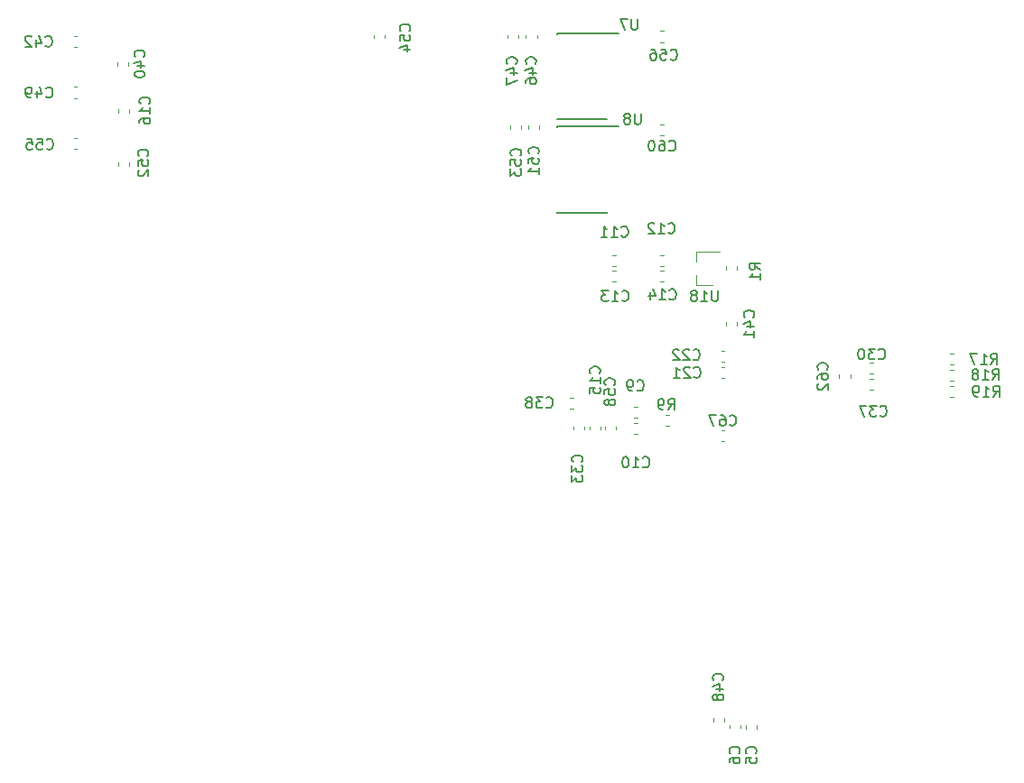
<source format=gbr>
G04 #@! TF.GenerationSoftware,KiCad,Pcbnew,(5.1.2)-1*
G04 #@! TF.CreationDate,2019-05-23T20:14:08-05:00*
G04 #@! TF.ProjectId,m68k,6d36386b-2e6b-4696-9361-645f70636258,rev?*
G04 #@! TF.SameCoordinates,Original*
G04 #@! TF.FileFunction,Legend,Bot*
G04 #@! TF.FilePolarity,Positive*
%FSLAX46Y46*%
G04 Gerber Fmt 4.6, Leading zero omitted, Abs format (unit mm)*
G04 Created by KiCad (PCBNEW (5.1.2)-1) date 2019-05-23 20:14:08*
%MOMM*%
%LPD*%
G04 APERTURE LIST*
%ADD10C,0.120000*%
%ADD11C,0.150000*%
G04 APERTURE END LIST*
D10*
X94010000Y-49112779D02*
X94010000Y-48787221D01*
X92990000Y-49112779D02*
X92990000Y-48787221D01*
X92862779Y-58990000D02*
X92537221Y-58990000D01*
X92862779Y-60010000D02*
X92537221Y-60010000D01*
X82662779Y-45010000D02*
X82337221Y-45010000D01*
X82662779Y-43990000D02*
X82337221Y-43990000D01*
X114010221Y-55856600D02*
X114335779Y-55856600D01*
X114010221Y-54836600D02*
X114335779Y-54836600D01*
D11*
X81825000Y-38525000D02*
X77175000Y-38525000D01*
X82900000Y-30425000D02*
X77175000Y-30425000D01*
X81825000Y-38525000D02*
X81825000Y-38500000D01*
X77175000Y-38525000D02*
X77175000Y-38500000D01*
X77175000Y-30475000D02*
X77175000Y-30500000D01*
X77175000Y-21725000D02*
X77175000Y-21750000D01*
X77175000Y-29775000D02*
X77175000Y-29750000D01*
X81825000Y-29775000D02*
X81825000Y-29750000D01*
X82900000Y-21675000D02*
X77175000Y-21675000D01*
X81825000Y-29775000D02*
X77175000Y-29775000D01*
D10*
X82710000Y-58912779D02*
X82710000Y-58587221D01*
X81690000Y-58912779D02*
X81690000Y-58587221D01*
X94830960Y-86615301D02*
X94830960Y-86940859D01*
X95850960Y-86615301D02*
X95850960Y-86940859D01*
X93302360Y-86613781D02*
X93302360Y-86939339D01*
X94322360Y-86613781D02*
X94322360Y-86939339D01*
X84662779Y-57760000D02*
X84337221Y-57760000D01*
X84662779Y-56740000D02*
X84337221Y-56740000D01*
X84662779Y-58240000D02*
X84337221Y-58240000D01*
X84662779Y-59260000D02*
X84337221Y-59260000D01*
X82662779Y-43510000D02*
X82337221Y-43510000D01*
X82662779Y-42490000D02*
X82337221Y-42490000D01*
X86837221Y-42490000D02*
X87162779Y-42490000D01*
X86837221Y-43510000D02*
X87162779Y-43510000D01*
X86837221Y-45010000D02*
X87162779Y-45010000D01*
X86837221Y-43990000D02*
X87162779Y-43990000D01*
X81210000Y-58912779D02*
X81210000Y-58587221D01*
X80190000Y-58912779D02*
X80190000Y-58587221D01*
X37010000Y-28837221D02*
X37010000Y-29162779D01*
X35990000Y-28837221D02*
X35990000Y-29162779D01*
X92862779Y-54010000D02*
X92537221Y-54010000D01*
X92862779Y-52990000D02*
X92537221Y-52990000D01*
X92862779Y-51490000D02*
X92537221Y-51490000D01*
X92862779Y-52510000D02*
X92537221Y-52510000D01*
X106766579Y-52576000D02*
X106441021Y-52576000D01*
X106766579Y-53596000D02*
X106441021Y-53596000D01*
X78690000Y-58912779D02*
X78690000Y-58587221D01*
X79710000Y-58912779D02*
X79710000Y-58587221D01*
X106767579Y-54117300D02*
X106442021Y-54117300D01*
X106767579Y-55137300D02*
X106442021Y-55137300D01*
X78387221Y-55940000D02*
X78712779Y-55940000D01*
X78387221Y-56960000D02*
X78712779Y-56960000D01*
X36948840Y-24393941D02*
X36948840Y-24719499D01*
X35928840Y-24393941D02*
X35928840Y-24719499D01*
X32162779Y-21990000D02*
X31837221Y-21990000D01*
X32162779Y-23010000D02*
X31837221Y-23010000D01*
X75260000Y-21837221D02*
X75260000Y-22162779D01*
X74240000Y-21837221D02*
X74240000Y-22162779D01*
X72490000Y-21837221D02*
X72490000Y-22162779D01*
X73510000Y-21837221D02*
X73510000Y-22162779D01*
X91783440Y-86273859D02*
X91783440Y-85948301D01*
X92803440Y-86273859D02*
X92803440Y-85948301D01*
X32162779Y-27760000D02*
X31837221Y-27760000D01*
X32162779Y-26740000D02*
X31837221Y-26740000D01*
X75510000Y-30662779D02*
X75510000Y-30337221D01*
X74490000Y-30662779D02*
X74490000Y-30337221D01*
X37010000Y-33837221D02*
X37010000Y-34162779D01*
X35990000Y-33837221D02*
X35990000Y-34162779D01*
X72740000Y-30662779D02*
X72740000Y-30337221D01*
X73760000Y-30662779D02*
X73760000Y-30337221D01*
X59990000Y-21837221D02*
X59990000Y-22162779D01*
X61010000Y-21837221D02*
X61010000Y-22162779D01*
X32162779Y-31490000D02*
X31837221Y-31490000D01*
X32162779Y-32510000D02*
X31837221Y-32510000D01*
X86837221Y-21490000D02*
X87162779Y-21490000D01*
X86837221Y-22510000D02*
X87162779Y-22510000D01*
X86837221Y-30240000D02*
X87162779Y-30240000D01*
X86837221Y-31260000D02*
X87162779Y-31260000D01*
X103619840Y-54041259D02*
X103619840Y-53715701D01*
X104639840Y-54041259D02*
X104639840Y-53715701D01*
X94010000Y-43587221D02*
X94010000Y-43912779D01*
X92990000Y-43587221D02*
X92990000Y-43912779D01*
X87337221Y-57490000D02*
X87662779Y-57490000D01*
X87337221Y-58510000D02*
X87662779Y-58510000D01*
X114010221Y-52757800D02*
X114335779Y-52757800D01*
X114010221Y-51737800D02*
X114335779Y-51737800D01*
X114010221Y-53287200D02*
X114335779Y-53287200D01*
X114010221Y-54307200D02*
X114335779Y-54307200D01*
X90240000Y-45330000D02*
X90240000Y-44400000D01*
X90240000Y-42170000D02*
X90240000Y-43100000D01*
X90240000Y-42170000D02*
X92400000Y-42170000D01*
X90240000Y-45330000D02*
X91700000Y-45330000D01*
D11*
X95556542Y-48335842D02*
X95604161Y-48288223D01*
X95651780Y-48145366D01*
X95651780Y-48050128D01*
X95604161Y-47907271D01*
X95508923Y-47812033D01*
X95413685Y-47764414D01*
X95223209Y-47716795D01*
X95080352Y-47716795D01*
X94889876Y-47764414D01*
X94794638Y-47812033D01*
X94699400Y-47907271D01*
X94651780Y-48050128D01*
X94651780Y-48145366D01*
X94699400Y-48288223D01*
X94747019Y-48335842D01*
X94985114Y-49192985D02*
X95651780Y-49192985D01*
X94604161Y-48954890D02*
X95318447Y-48716795D01*
X95318447Y-49335842D01*
X95651780Y-50240604D02*
X95651780Y-49669176D01*
X95651780Y-49954890D02*
X94651780Y-49954890D01*
X94794638Y-49859652D01*
X94889876Y-49764414D01*
X94937495Y-49669176D01*
X93342857Y-58427142D02*
X93390476Y-58474761D01*
X93533333Y-58522380D01*
X93628571Y-58522380D01*
X93771428Y-58474761D01*
X93866666Y-58379523D01*
X93914285Y-58284285D01*
X93961904Y-58093809D01*
X93961904Y-57950952D01*
X93914285Y-57760476D01*
X93866666Y-57665238D01*
X93771428Y-57570000D01*
X93628571Y-57522380D01*
X93533333Y-57522380D01*
X93390476Y-57570000D01*
X93342857Y-57617619D01*
X92485714Y-57522380D02*
X92676190Y-57522380D01*
X92771428Y-57570000D01*
X92819047Y-57617619D01*
X92914285Y-57760476D01*
X92961904Y-57950952D01*
X92961904Y-58331904D01*
X92914285Y-58427142D01*
X92866666Y-58474761D01*
X92771428Y-58522380D01*
X92580952Y-58522380D01*
X92485714Y-58474761D01*
X92438095Y-58427142D01*
X92390476Y-58331904D01*
X92390476Y-58093809D01*
X92438095Y-57998571D01*
X92485714Y-57950952D01*
X92580952Y-57903333D01*
X92771428Y-57903333D01*
X92866666Y-57950952D01*
X92914285Y-57998571D01*
X92961904Y-58093809D01*
X92057142Y-57522380D02*
X91390476Y-57522380D01*
X91819047Y-58522380D01*
X83242857Y-46757142D02*
X83290476Y-46804761D01*
X83433333Y-46852380D01*
X83528571Y-46852380D01*
X83671428Y-46804761D01*
X83766666Y-46709523D01*
X83814285Y-46614285D01*
X83861904Y-46423809D01*
X83861904Y-46280952D01*
X83814285Y-46090476D01*
X83766666Y-45995238D01*
X83671428Y-45900000D01*
X83528571Y-45852380D01*
X83433333Y-45852380D01*
X83290476Y-45900000D01*
X83242857Y-45947619D01*
X82290476Y-46852380D02*
X82861904Y-46852380D01*
X82576190Y-46852380D02*
X82576190Y-45852380D01*
X82671428Y-45995238D01*
X82766666Y-46090476D01*
X82861904Y-46138095D01*
X81957142Y-45852380D02*
X81338095Y-45852380D01*
X81671428Y-46233333D01*
X81528571Y-46233333D01*
X81433333Y-46280952D01*
X81385714Y-46328571D01*
X81338095Y-46423809D01*
X81338095Y-46661904D01*
X81385714Y-46757142D01*
X81433333Y-46804761D01*
X81528571Y-46852380D01*
X81814285Y-46852380D01*
X81909523Y-46804761D01*
X81957142Y-46757142D01*
X118042857Y-55802380D02*
X118376190Y-55326190D01*
X118614285Y-55802380D02*
X118614285Y-54802380D01*
X118233333Y-54802380D01*
X118138095Y-54850000D01*
X118090476Y-54897619D01*
X118042857Y-54992857D01*
X118042857Y-55135714D01*
X118090476Y-55230952D01*
X118138095Y-55278571D01*
X118233333Y-55326190D01*
X118614285Y-55326190D01*
X117090476Y-55802380D02*
X117661904Y-55802380D01*
X117376190Y-55802380D02*
X117376190Y-54802380D01*
X117471428Y-54945238D01*
X117566666Y-55040476D01*
X117661904Y-55088095D01*
X116614285Y-55802380D02*
X116423809Y-55802380D01*
X116328571Y-55754761D01*
X116280952Y-55707142D01*
X116185714Y-55564285D01*
X116138095Y-55373809D01*
X116138095Y-54992857D01*
X116185714Y-54897619D01*
X116233333Y-54850000D01*
X116328571Y-54802380D01*
X116519047Y-54802380D01*
X116614285Y-54850000D01*
X116661904Y-54897619D01*
X116709523Y-54992857D01*
X116709523Y-55230952D01*
X116661904Y-55326190D01*
X116614285Y-55373809D01*
X116519047Y-55421428D01*
X116328571Y-55421428D01*
X116233333Y-55373809D01*
X116185714Y-55326190D01*
X116138095Y-55230952D01*
X85011904Y-29227380D02*
X85011904Y-30036904D01*
X84964285Y-30132142D01*
X84916666Y-30179761D01*
X84821428Y-30227380D01*
X84630952Y-30227380D01*
X84535714Y-30179761D01*
X84488095Y-30132142D01*
X84440476Y-30036904D01*
X84440476Y-29227380D01*
X83821428Y-29655952D02*
X83916666Y-29608333D01*
X83964285Y-29560714D01*
X84011904Y-29465476D01*
X84011904Y-29417857D01*
X83964285Y-29322619D01*
X83916666Y-29275000D01*
X83821428Y-29227380D01*
X83630952Y-29227380D01*
X83535714Y-29275000D01*
X83488095Y-29322619D01*
X83440476Y-29417857D01*
X83440476Y-29465476D01*
X83488095Y-29560714D01*
X83535714Y-29608333D01*
X83630952Y-29655952D01*
X83821428Y-29655952D01*
X83916666Y-29703571D01*
X83964285Y-29751190D01*
X84011904Y-29846428D01*
X84011904Y-30036904D01*
X83964285Y-30132142D01*
X83916666Y-30179761D01*
X83821428Y-30227380D01*
X83630952Y-30227380D01*
X83535714Y-30179761D01*
X83488095Y-30132142D01*
X83440476Y-30036904D01*
X83440476Y-29846428D01*
X83488095Y-29751190D01*
X83535714Y-29703571D01*
X83630952Y-29655952D01*
X84686904Y-20352380D02*
X84686904Y-21161904D01*
X84639285Y-21257142D01*
X84591666Y-21304761D01*
X84496428Y-21352380D01*
X84305952Y-21352380D01*
X84210714Y-21304761D01*
X84163095Y-21257142D01*
X84115476Y-21161904D01*
X84115476Y-20352380D01*
X83734523Y-20352380D02*
X83067857Y-20352380D01*
X83496428Y-21352380D01*
X82507142Y-54707142D02*
X82554761Y-54659523D01*
X82602380Y-54516666D01*
X82602380Y-54421428D01*
X82554761Y-54278571D01*
X82459523Y-54183333D01*
X82364285Y-54135714D01*
X82173809Y-54088095D01*
X82030952Y-54088095D01*
X81840476Y-54135714D01*
X81745238Y-54183333D01*
X81650000Y-54278571D01*
X81602380Y-54421428D01*
X81602380Y-54516666D01*
X81650000Y-54659523D01*
X81697619Y-54707142D01*
X81602380Y-55611904D02*
X81602380Y-55135714D01*
X82078571Y-55088095D01*
X82030952Y-55135714D01*
X81983333Y-55230952D01*
X81983333Y-55469047D01*
X82030952Y-55564285D01*
X82078571Y-55611904D01*
X82173809Y-55659523D01*
X82411904Y-55659523D01*
X82507142Y-55611904D01*
X82554761Y-55564285D01*
X82602380Y-55469047D01*
X82602380Y-55230952D01*
X82554761Y-55135714D01*
X82507142Y-55088095D01*
X82030952Y-56230952D02*
X81983333Y-56135714D01*
X81935714Y-56088095D01*
X81840476Y-56040476D01*
X81792857Y-56040476D01*
X81697619Y-56088095D01*
X81650000Y-56135714D01*
X81602380Y-56230952D01*
X81602380Y-56421428D01*
X81650000Y-56516666D01*
X81697619Y-56564285D01*
X81792857Y-56611904D01*
X81840476Y-56611904D01*
X81935714Y-56564285D01*
X81983333Y-56516666D01*
X82030952Y-56421428D01*
X82030952Y-56230952D01*
X82078571Y-56135714D01*
X82126190Y-56088095D01*
X82221428Y-56040476D01*
X82411904Y-56040476D01*
X82507142Y-56088095D01*
X82554761Y-56135714D01*
X82602380Y-56230952D01*
X82602380Y-56421428D01*
X82554761Y-56516666D01*
X82507142Y-56564285D01*
X82411904Y-56611904D01*
X82221428Y-56611904D01*
X82126190Y-56564285D01*
X82078571Y-56516666D01*
X82030952Y-56421428D01*
X95757142Y-89283333D02*
X95804761Y-89235714D01*
X95852380Y-89092857D01*
X95852380Y-88997619D01*
X95804761Y-88854761D01*
X95709523Y-88759523D01*
X95614285Y-88711904D01*
X95423809Y-88664285D01*
X95280952Y-88664285D01*
X95090476Y-88711904D01*
X94995238Y-88759523D01*
X94900000Y-88854761D01*
X94852380Y-88997619D01*
X94852380Y-89092857D01*
X94900000Y-89235714D01*
X94947619Y-89283333D01*
X94852380Y-90188095D02*
X94852380Y-89711904D01*
X95328571Y-89664285D01*
X95280952Y-89711904D01*
X95233333Y-89807142D01*
X95233333Y-90045238D01*
X95280952Y-90140476D01*
X95328571Y-90188095D01*
X95423809Y-90235714D01*
X95661904Y-90235714D01*
X95757142Y-90188095D01*
X95804761Y-90140476D01*
X95852380Y-90045238D01*
X95852380Y-89807142D01*
X95804761Y-89711904D01*
X95757142Y-89664285D01*
X94207142Y-89283333D02*
X94254761Y-89235714D01*
X94302380Y-89092857D01*
X94302380Y-88997619D01*
X94254761Y-88854761D01*
X94159523Y-88759523D01*
X94064285Y-88711904D01*
X93873809Y-88664285D01*
X93730952Y-88664285D01*
X93540476Y-88711904D01*
X93445238Y-88759523D01*
X93350000Y-88854761D01*
X93302380Y-88997619D01*
X93302380Y-89092857D01*
X93350000Y-89235714D01*
X93397619Y-89283333D01*
X93302380Y-90140476D02*
X93302380Y-89950000D01*
X93350000Y-89854761D01*
X93397619Y-89807142D01*
X93540476Y-89711904D01*
X93730952Y-89664285D01*
X94111904Y-89664285D01*
X94207142Y-89711904D01*
X94254761Y-89759523D01*
X94302380Y-89854761D01*
X94302380Y-90045238D01*
X94254761Y-90140476D01*
X94207142Y-90188095D01*
X94111904Y-90235714D01*
X93873809Y-90235714D01*
X93778571Y-90188095D01*
X93730952Y-90140476D01*
X93683333Y-90045238D01*
X93683333Y-89854761D01*
X93730952Y-89759523D01*
X93778571Y-89711904D01*
X93873809Y-89664285D01*
X84666666Y-55157142D02*
X84714285Y-55204761D01*
X84857142Y-55252380D01*
X84952380Y-55252380D01*
X85095238Y-55204761D01*
X85190476Y-55109523D01*
X85238095Y-55014285D01*
X85285714Y-54823809D01*
X85285714Y-54680952D01*
X85238095Y-54490476D01*
X85190476Y-54395238D01*
X85095238Y-54300000D01*
X84952380Y-54252380D01*
X84857142Y-54252380D01*
X84714285Y-54300000D01*
X84666666Y-54347619D01*
X84190476Y-55252380D02*
X84000000Y-55252380D01*
X83904761Y-55204761D01*
X83857142Y-55157142D01*
X83761904Y-55014285D01*
X83714285Y-54823809D01*
X83714285Y-54442857D01*
X83761904Y-54347619D01*
X83809523Y-54300000D01*
X83904761Y-54252380D01*
X84095238Y-54252380D01*
X84190476Y-54300000D01*
X84238095Y-54347619D01*
X84285714Y-54442857D01*
X84285714Y-54680952D01*
X84238095Y-54776190D01*
X84190476Y-54823809D01*
X84095238Y-54871428D01*
X83904761Y-54871428D01*
X83809523Y-54823809D01*
X83761904Y-54776190D01*
X83714285Y-54680952D01*
X85192857Y-62357142D02*
X85240476Y-62404761D01*
X85383333Y-62452380D01*
X85478571Y-62452380D01*
X85621428Y-62404761D01*
X85716666Y-62309523D01*
X85764285Y-62214285D01*
X85811904Y-62023809D01*
X85811904Y-61880952D01*
X85764285Y-61690476D01*
X85716666Y-61595238D01*
X85621428Y-61500000D01*
X85478571Y-61452380D01*
X85383333Y-61452380D01*
X85240476Y-61500000D01*
X85192857Y-61547619D01*
X84240476Y-62452380D02*
X84811904Y-62452380D01*
X84526190Y-62452380D02*
X84526190Y-61452380D01*
X84621428Y-61595238D01*
X84716666Y-61690476D01*
X84811904Y-61738095D01*
X83621428Y-61452380D02*
X83526190Y-61452380D01*
X83430952Y-61500000D01*
X83383333Y-61547619D01*
X83335714Y-61642857D01*
X83288095Y-61833333D01*
X83288095Y-62071428D01*
X83335714Y-62261904D01*
X83383333Y-62357142D01*
X83430952Y-62404761D01*
X83526190Y-62452380D01*
X83621428Y-62452380D01*
X83716666Y-62404761D01*
X83764285Y-62357142D01*
X83811904Y-62261904D01*
X83859523Y-62071428D01*
X83859523Y-61833333D01*
X83811904Y-61642857D01*
X83764285Y-61547619D01*
X83716666Y-61500000D01*
X83621428Y-61452380D01*
X83192857Y-40707142D02*
X83240476Y-40754761D01*
X83383333Y-40802380D01*
X83478571Y-40802380D01*
X83621428Y-40754761D01*
X83716666Y-40659523D01*
X83764285Y-40564285D01*
X83811904Y-40373809D01*
X83811904Y-40230952D01*
X83764285Y-40040476D01*
X83716666Y-39945238D01*
X83621428Y-39850000D01*
X83478571Y-39802380D01*
X83383333Y-39802380D01*
X83240476Y-39850000D01*
X83192857Y-39897619D01*
X82240476Y-40802380D02*
X82811904Y-40802380D01*
X82526190Y-40802380D02*
X82526190Y-39802380D01*
X82621428Y-39945238D01*
X82716666Y-40040476D01*
X82811904Y-40088095D01*
X81288095Y-40802380D02*
X81859523Y-40802380D01*
X81573809Y-40802380D02*
X81573809Y-39802380D01*
X81669047Y-39945238D01*
X81764285Y-40040476D01*
X81859523Y-40088095D01*
X87592857Y-40407142D02*
X87640476Y-40454761D01*
X87783333Y-40502380D01*
X87878571Y-40502380D01*
X88021428Y-40454761D01*
X88116666Y-40359523D01*
X88164285Y-40264285D01*
X88211904Y-40073809D01*
X88211904Y-39930952D01*
X88164285Y-39740476D01*
X88116666Y-39645238D01*
X88021428Y-39550000D01*
X87878571Y-39502380D01*
X87783333Y-39502380D01*
X87640476Y-39550000D01*
X87592857Y-39597619D01*
X86640476Y-40502380D02*
X87211904Y-40502380D01*
X86926190Y-40502380D02*
X86926190Y-39502380D01*
X87021428Y-39645238D01*
X87116666Y-39740476D01*
X87211904Y-39788095D01*
X86259523Y-39597619D02*
X86211904Y-39550000D01*
X86116666Y-39502380D01*
X85878571Y-39502380D01*
X85783333Y-39550000D01*
X85735714Y-39597619D01*
X85688095Y-39692857D01*
X85688095Y-39788095D01*
X85735714Y-39930952D01*
X86307142Y-40502380D01*
X85688095Y-40502380D01*
X87692857Y-46607142D02*
X87740476Y-46654761D01*
X87883333Y-46702380D01*
X87978571Y-46702380D01*
X88121428Y-46654761D01*
X88216666Y-46559523D01*
X88264285Y-46464285D01*
X88311904Y-46273809D01*
X88311904Y-46130952D01*
X88264285Y-45940476D01*
X88216666Y-45845238D01*
X88121428Y-45750000D01*
X87978571Y-45702380D01*
X87883333Y-45702380D01*
X87740476Y-45750000D01*
X87692857Y-45797619D01*
X86740476Y-46702380D02*
X87311904Y-46702380D01*
X87026190Y-46702380D02*
X87026190Y-45702380D01*
X87121428Y-45845238D01*
X87216666Y-45940476D01*
X87311904Y-45988095D01*
X85883333Y-46035714D02*
X85883333Y-46702380D01*
X86121428Y-45654761D02*
X86359523Y-46369047D01*
X85740476Y-46369047D01*
X81107142Y-53607142D02*
X81154761Y-53559523D01*
X81202380Y-53416666D01*
X81202380Y-53321428D01*
X81154761Y-53178571D01*
X81059523Y-53083333D01*
X80964285Y-53035714D01*
X80773809Y-52988095D01*
X80630952Y-52988095D01*
X80440476Y-53035714D01*
X80345238Y-53083333D01*
X80250000Y-53178571D01*
X80202380Y-53321428D01*
X80202380Y-53416666D01*
X80250000Y-53559523D01*
X80297619Y-53607142D01*
X81202380Y-54559523D02*
X81202380Y-53988095D01*
X81202380Y-54273809D02*
X80202380Y-54273809D01*
X80345238Y-54178571D01*
X80440476Y-54083333D01*
X80488095Y-53988095D01*
X80202380Y-55464285D02*
X80202380Y-54988095D01*
X80678571Y-54940476D01*
X80630952Y-54988095D01*
X80583333Y-55083333D01*
X80583333Y-55321428D01*
X80630952Y-55416666D01*
X80678571Y-55464285D01*
X80773809Y-55511904D01*
X81011904Y-55511904D01*
X81107142Y-55464285D01*
X81154761Y-55416666D01*
X81202380Y-55321428D01*
X81202380Y-55083333D01*
X81154761Y-54988095D01*
X81107142Y-54940476D01*
X38907142Y-28307142D02*
X38954761Y-28259523D01*
X39002380Y-28116666D01*
X39002380Y-28021428D01*
X38954761Y-27878571D01*
X38859523Y-27783333D01*
X38764285Y-27735714D01*
X38573809Y-27688095D01*
X38430952Y-27688095D01*
X38240476Y-27735714D01*
X38145238Y-27783333D01*
X38050000Y-27878571D01*
X38002380Y-28021428D01*
X38002380Y-28116666D01*
X38050000Y-28259523D01*
X38097619Y-28307142D01*
X39002380Y-29259523D02*
X39002380Y-28688095D01*
X39002380Y-28973809D02*
X38002380Y-28973809D01*
X38145238Y-28878571D01*
X38240476Y-28783333D01*
X38288095Y-28688095D01*
X38002380Y-30116666D02*
X38002380Y-29926190D01*
X38050000Y-29830952D01*
X38097619Y-29783333D01*
X38240476Y-29688095D01*
X38430952Y-29640476D01*
X38811904Y-29640476D01*
X38907142Y-29688095D01*
X38954761Y-29735714D01*
X39002380Y-29830952D01*
X39002380Y-30021428D01*
X38954761Y-30116666D01*
X38907142Y-30164285D01*
X38811904Y-30211904D01*
X38573809Y-30211904D01*
X38478571Y-30164285D01*
X38430952Y-30116666D01*
X38383333Y-30021428D01*
X38383333Y-29830952D01*
X38430952Y-29735714D01*
X38478571Y-29688095D01*
X38573809Y-29640476D01*
X89991377Y-53924102D02*
X90038996Y-53971721D01*
X90181853Y-54019340D01*
X90277091Y-54019340D01*
X90419948Y-53971721D01*
X90515186Y-53876483D01*
X90562805Y-53781245D01*
X90610424Y-53590769D01*
X90610424Y-53447912D01*
X90562805Y-53257436D01*
X90515186Y-53162198D01*
X90419948Y-53066960D01*
X90277091Y-53019340D01*
X90181853Y-53019340D01*
X90038996Y-53066960D01*
X89991377Y-53114579D01*
X89610424Y-53114579D02*
X89562805Y-53066960D01*
X89467567Y-53019340D01*
X89229472Y-53019340D01*
X89134234Y-53066960D01*
X89086615Y-53114579D01*
X89038996Y-53209817D01*
X89038996Y-53305055D01*
X89086615Y-53447912D01*
X89658043Y-54019340D01*
X89038996Y-54019340D01*
X88086615Y-54019340D02*
X88658043Y-54019340D01*
X88372329Y-54019340D02*
X88372329Y-53019340D01*
X88467567Y-53162198D01*
X88562805Y-53257436D01*
X88658043Y-53305055D01*
X89926137Y-52264142D02*
X89973756Y-52311761D01*
X90116613Y-52359380D01*
X90211851Y-52359380D01*
X90354708Y-52311761D01*
X90449946Y-52216523D01*
X90497565Y-52121285D01*
X90545184Y-51930809D01*
X90545184Y-51787952D01*
X90497565Y-51597476D01*
X90449946Y-51502238D01*
X90354708Y-51407000D01*
X90211851Y-51359380D01*
X90116613Y-51359380D01*
X89973756Y-51407000D01*
X89926137Y-51454619D01*
X89545184Y-51454619D02*
X89497565Y-51407000D01*
X89402327Y-51359380D01*
X89164232Y-51359380D01*
X89068994Y-51407000D01*
X89021375Y-51454619D01*
X88973756Y-51549857D01*
X88973756Y-51645095D01*
X89021375Y-51787952D01*
X89592803Y-52359380D01*
X88973756Y-52359380D01*
X88592803Y-51454619D02*
X88545184Y-51407000D01*
X88449946Y-51359380D01*
X88211851Y-51359380D01*
X88116613Y-51407000D01*
X88068994Y-51454619D01*
X88021375Y-51549857D01*
X88021375Y-51645095D01*
X88068994Y-51787952D01*
X88640422Y-52359380D01*
X88021375Y-52359380D01*
X107292857Y-52207142D02*
X107340476Y-52254761D01*
X107483333Y-52302380D01*
X107578571Y-52302380D01*
X107721428Y-52254761D01*
X107816666Y-52159523D01*
X107864285Y-52064285D01*
X107911904Y-51873809D01*
X107911904Y-51730952D01*
X107864285Y-51540476D01*
X107816666Y-51445238D01*
X107721428Y-51350000D01*
X107578571Y-51302380D01*
X107483333Y-51302380D01*
X107340476Y-51350000D01*
X107292857Y-51397619D01*
X106959523Y-51302380D02*
X106340476Y-51302380D01*
X106673809Y-51683333D01*
X106530952Y-51683333D01*
X106435714Y-51730952D01*
X106388095Y-51778571D01*
X106340476Y-51873809D01*
X106340476Y-52111904D01*
X106388095Y-52207142D01*
X106435714Y-52254761D01*
X106530952Y-52302380D01*
X106816666Y-52302380D01*
X106911904Y-52254761D01*
X106959523Y-52207142D01*
X105721428Y-51302380D02*
X105626190Y-51302380D01*
X105530952Y-51350000D01*
X105483333Y-51397619D01*
X105435714Y-51492857D01*
X105388095Y-51683333D01*
X105388095Y-51921428D01*
X105435714Y-52111904D01*
X105483333Y-52207142D01*
X105530952Y-52254761D01*
X105626190Y-52302380D01*
X105721428Y-52302380D01*
X105816666Y-52254761D01*
X105864285Y-52207142D01*
X105911904Y-52111904D01*
X105959523Y-51921428D01*
X105959523Y-51683333D01*
X105911904Y-51492857D01*
X105864285Y-51397619D01*
X105816666Y-51350000D01*
X105721428Y-51302380D01*
X79457142Y-61907142D02*
X79504761Y-61859523D01*
X79552380Y-61716666D01*
X79552380Y-61621428D01*
X79504761Y-61478571D01*
X79409523Y-61383333D01*
X79314285Y-61335714D01*
X79123809Y-61288095D01*
X78980952Y-61288095D01*
X78790476Y-61335714D01*
X78695238Y-61383333D01*
X78600000Y-61478571D01*
X78552380Y-61621428D01*
X78552380Y-61716666D01*
X78600000Y-61859523D01*
X78647619Y-61907142D01*
X78552380Y-62240476D02*
X78552380Y-62859523D01*
X78933333Y-62526190D01*
X78933333Y-62669047D01*
X78980952Y-62764285D01*
X79028571Y-62811904D01*
X79123809Y-62859523D01*
X79361904Y-62859523D01*
X79457142Y-62811904D01*
X79504761Y-62764285D01*
X79552380Y-62669047D01*
X79552380Y-62383333D01*
X79504761Y-62288095D01*
X79457142Y-62240476D01*
X78552380Y-63192857D02*
X78552380Y-63811904D01*
X78933333Y-63478571D01*
X78933333Y-63621428D01*
X78980952Y-63716666D01*
X79028571Y-63764285D01*
X79123809Y-63811904D01*
X79361904Y-63811904D01*
X79457142Y-63764285D01*
X79504761Y-63716666D01*
X79552380Y-63621428D01*
X79552380Y-63335714D01*
X79504761Y-63240476D01*
X79457142Y-63192857D01*
X107442857Y-57557142D02*
X107490476Y-57604761D01*
X107633333Y-57652380D01*
X107728571Y-57652380D01*
X107871428Y-57604761D01*
X107966666Y-57509523D01*
X108014285Y-57414285D01*
X108061904Y-57223809D01*
X108061904Y-57080952D01*
X108014285Y-56890476D01*
X107966666Y-56795238D01*
X107871428Y-56700000D01*
X107728571Y-56652380D01*
X107633333Y-56652380D01*
X107490476Y-56700000D01*
X107442857Y-56747619D01*
X107109523Y-56652380D02*
X106490476Y-56652380D01*
X106823809Y-57033333D01*
X106680952Y-57033333D01*
X106585714Y-57080952D01*
X106538095Y-57128571D01*
X106490476Y-57223809D01*
X106490476Y-57461904D01*
X106538095Y-57557142D01*
X106585714Y-57604761D01*
X106680952Y-57652380D01*
X106966666Y-57652380D01*
X107061904Y-57604761D01*
X107109523Y-57557142D01*
X106157142Y-56652380D02*
X105490476Y-56652380D01*
X105919047Y-57652380D01*
X76142857Y-56757142D02*
X76190476Y-56804761D01*
X76333333Y-56852380D01*
X76428571Y-56852380D01*
X76571428Y-56804761D01*
X76666666Y-56709523D01*
X76714285Y-56614285D01*
X76761904Y-56423809D01*
X76761904Y-56280952D01*
X76714285Y-56090476D01*
X76666666Y-55995238D01*
X76571428Y-55900000D01*
X76428571Y-55852380D01*
X76333333Y-55852380D01*
X76190476Y-55900000D01*
X76142857Y-55947619D01*
X75809523Y-55852380D02*
X75190476Y-55852380D01*
X75523809Y-56233333D01*
X75380952Y-56233333D01*
X75285714Y-56280952D01*
X75238095Y-56328571D01*
X75190476Y-56423809D01*
X75190476Y-56661904D01*
X75238095Y-56757142D01*
X75285714Y-56804761D01*
X75380952Y-56852380D01*
X75666666Y-56852380D01*
X75761904Y-56804761D01*
X75809523Y-56757142D01*
X74619047Y-56280952D02*
X74714285Y-56233333D01*
X74761904Y-56185714D01*
X74809523Y-56090476D01*
X74809523Y-56042857D01*
X74761904Y-55947619D01*
X74714285Y-55900000D01*
X74619047Y-55852380D01*
X74428571Y-55852380D01*
X74333333Y-55900000D01*
X74285714Y-55947619D01*
X74238095Y-56042857D01*
X74238095Y-56090476D01*
X74285714Y-56185714D01*
X74333333Y-56233333D01*
X74428571Y-56280952D01*
X74619047Y-56280952D01*
X74714285Y-56328571D01*
X74761904Y-56376190D01*
X74809523Y-56471428D01*
X74809523Y-56661904D01*
X74761904Y-56757142D01*
X74714285Y-56804761D01*
X74619047Y-56852380D01*
X74428571Y-56852380D01*
X74333333Y-56804761D01*
X74285714Y-56757142D01*
X74238095Y-56661904D01*
X74238095Y-56471428D01*
X74285714Y-56376190D01*
X74333333Y-56328571D01*
X74428571Y-56280952D01*
X38407142Y-23907142D02*
X38454761Y-23859523D01*
X38502380Y-23716666D01*
X38502380Y-23621428D01*
X38454761Y-23478571D01*
X38359523Y-23383333D01*
X38264285Y-23335714D01*
X38073809Y-23288095D01*
X37930952Y-23288095D01*
X37740476Y-23335714D01*
X37645238Y-23383333D01*
X37550000Y-23478571D01*
X37502380Y-23621428D01*
X37502380Y-23716666D01*
X37550000Y-23859523D01*
X37597619Y-23907142D01*
X37835714Y-24764285D02*
X38502380Y-24764285D01*
X37454761Y-24526190D02*
X38169047Y-24288095D01*
X38169047Y-24907142D01*
X37502380Y-25478571D02*
X37502380Y-25573809D01*
X37550000Y-25669047D01*
X37597619Y-25716666D01*
X37692857Y-25764285D01*
X37883333Y-25811904D01*
X38121428Y-25811904D01*
X38311904Y-25764285D01*
X38407142Y-25716666D01*
X38454761Y-25669047D01*
X38502380Y-25573809D01*
X38502380Y-25478571D01*
X38454761Y-25383333D01*
X38407142Y-25335714D01*
X38311904Y-25288095D01*
X38121428Y-25240476D01*
X37883333Y-25240476D01*
X37692857Y-25288095D01*
X37597619Y-25335714D01*
X37550000Y-25383333D01*
X37502380Y-25478571D01*
X29192857Y-22857142D02*
X29240476Y-22904761D01*
X29383333Y-22952380D01*
X29478571Y-22952380D01*
X29621428Y-22904761D01*
X29716666Y-22809523D01*
X29764285Y-22714285D01*
X29811904Y-22523809D01*
X29811904Y-22380952D01*
X29764285Y-22190476D01*
X29716666Y-22095238D01*
X29621428Y-22000000D01*
X29478571Y-21952380D01*
X29383333Y-21952380D01*
X29240476Y-22000000D01*
X29192857Y-22047619D01*
X28335714Y-22285714D02*
X28335714Y-22952380D01*
X28573809Y-21904761D02*
X28811904Y-22619047D01*
X28192857Y-22619047D01*
X27859523Y-22047619D02*
X27811904Y-22000000D01*
X27716666Y-21952380D01*
X27478571Y-21952380D01*
X27383333Y-22000000D01*
X27335714Y-22047619D01*
X27288095Y-22142857D01*
X27288095Y-22238095D01*
X27335714Y-22380952D01*
X27907142Y-22952380D01*
X27288095Y-22952380D01*
X75107142Y-24557142D02*
X75154761Y-24509523D01*
X75202380Y-24366666D01*
X75202380Y-24271428D01*
X75154761Y-24128571D01*
X75059523Y-24033333D01*
X74964285Y-23985714D01*
X74773809Y-23938095D01*
X74630952Y-23938095D01*
X74440476Y-23985714D01*
X74345238Y-24033333D01*
X74250000Y-24128571D01*
X74202380Y-24271428D01*
X74202380Y-24366666D01*
X74250000Y-24509523D01*
X74297619Y-24557142D01*
X74535714Y-25414285D02*
X75202380Y-25414285D01*
X74154761Y-25176190D02*
X74869047Y-24938095D01*
X74869047Y-25557142D01*
X74202380Y-26366666D02*
X74202380Y-26176190D01*
X74250000Y-26080952D01*
X74297619Y-26033333D01*
X74440476Y-25938095D01*
X74630952Y-25890476D01*
X75011904Y-25890476D01*
X75107142Y-25938095D01*
X75154761Y-25985714D01*
X75202380Y-26080952D01*
X75202380Y-26271428D01*
X75154761Y-26366666D01*
X75107142Y-26414285D01*
X75011904Y-26461904D01*
X74773809Y-26461904D01*
X74678571Y-26414285D01*
X74630952Y-26366666D01*
X74583333Y-26271428D01*
X74583333Y-26080952D01*
X74630952Y-25985714D01*
X74678571Y-25938095D01*
X74773809Y-25890476D01*
X73307142Y-24557142D02*
X73354761Y-24509523D01*
X73402380Y-24366666D01*
X73402380Y-24271428D01*
X73354761Y-24128571D01*
X73259523Y-24033333D01*
X73164285Y-23985714D01*
X72973809Y-23938095D01*
X72830952Y-23938095D01*
X72640476Y-23985714D01*
X72545238Y-24033333D01*
X72450000Y-24128571D01*
X72402380Y-24271428D01*
X72402380Y-24366666D01*
X72450000Y-24509523D01*
X72497619Y-24557142D01*
X72735714Y-25414285D02*
X73402380Y-25414285D01*
X72354761Y-25176190D02*
X73069047Y-24938095D01*
X73069047Y-25557142D01*
X72402380Y-25842857D02*
X72402380Y-26509523D01*
X73402380Y-26080952D01*
X92657142Y-82407142D02*
X92704761Y-82359523D01*
X92752380Y-82216666D01*
X92752380Y-82121428D01*
X92704761Y-81978571D01*
X92609523Y-81883333D01*
X92514285Y-81835714D01*
X92323809Y-81788095D01*
X92180952Y-81788095D01*
X91990476Y-81835714D01*
X91895238Y-81883333D01*
X91800000Y-81978571D01*
X91752380Y-82121428D01*
X91752380Y-82216666D01*
X91800000Y-82359523D01*
X91847619Y-82407142D01*
X92085714Y-83264285D02*
X92752380Y-83264285D01*
X91704761Y-83026190D02*
X92419047Y-82788095D01*
X92419047Y-83407142D01*
X92180952Y-83930952D02*
X92133333Y-83835714D01*
X92085714Y-83788095D01*
X91990476Y-83740476D01*
X91942857Y-83740476D01*
X91847619Y-83788095D01*
X91800000Y-83835714D01*
X91752380Y-83930952D01*
X91752380Y-84121428D01*
X91800000Y-84216666D01*
X91847619Y-84264285D01*
X91942857Y-84311904D01*
X91990476Y-84311904D01*
X92085714Y-84264285D01*
X92133333Y-84216666D01*
X92180952Y-84121428D01*
X92180952Y-83930952D01*
X92228571Y-83835714D01*
X92276190Y-83788095D01*
X92371428Y-83740476D01*
X92561904Y-83740476D01*
X92657142Y-83788095D01*
X92704761Y-83835714D01*
X92752380Y-83930952D01*
X92752380Y-84121428D01*
X92704761Y-84216666D01*
X92657142Y-84264285D01*
X92561904Y-84311904D01*
X92371428Y-84311904D01*
X92276190Y-84264285D01*
X92228571Y-84216666D01*
X92180952Y-84121428D01*
X29242857Y-27657142D02*
X29290476Y-27704761D01*
X29433333Y-27752380D01*
X29528571Y-27752380D01*
X29671428Y-27704761D01*
X29766666Y-27609523D01*
X29814285Y-27514285D01*
X29861904Y-27323809D01*
X29861904Y-27180952D01*
X29814285Y-26990476D01*
X29766666Y-26895238D01*
X29671428Y-26800000D01*
X29528571Y-26752380D01*
X29433333Y-26752380D01*
X29290476Y-26800000D01*
X29242857Y-26847619D01*
X28385714Y-27085714D02*
X28385714Y-27752380D01*
X28623809Y-26704761D02*
X28861904Y-27419047D01*
X28242857Y-27419047D01*
X27814285Y-27752380D02*
X27623809Y-27752380D01*
X27528571Y-27704761D01*
X27480952Y-27657142D01*
X27385714Y-27514285D01*
X27338095Y-27323809D01*
X27338095Y-26942857D01*
X27385714Y-26847619D01*
X27433333Y-26800000D01*
X27528571Y-26752380D01*
X27719047Y-26752380D01*
X27814285Y-26800000D01*
X27861904Y-26847619D01*
X27909523Y-26942857D01*
X27909523Y-27180952D01*
X27861904Y-27276190D01*
X27814285Y-27323809D01*
X27719047Y-27371428D01*
X27528571Y-27371428D01*
X27433333Y-27323809D01*
X27385714Y-27276190D01*
X27338095Y-27180952D01*
X75357142Y-33007142D02*
X75404761Y-32959523D01*
X75452380Y-32816666D01*
X75452380Y-32721428D01*
X75404761Y-32578571D01*
X75309523Y-32483333D01*
X75214285Y-32435714D01*
X75023809Y-32388095D01*
X74880952Y-32388095D01*
X74690476Y-32435714D01*
X74595238Y-32483333D01*
X74500000Y-32578571D01*
X74452380Y-32721428D01*
X74452380Y-32816666D01*
X74500000Y-32959523D01*
X74547619Y-33007142D01*
X74452380Y-33911904D02*
X74452380Y-33435714D01*
X74928571Y-33388095D01*
X74880952Y-33435714D01*
X74833333Y-33530952D01*
X74833333Y-33769047D01*
X74880952Y-33864285D01*
X74928571Y-33911904D01*
X75023809Y-33959523D01*
X75261904Y-33959523D01*
X75357142Y-33911904D01*
X75404761Y-33864285D01*
X75452380Y-33769047D01*
X75452380Y-33530952D01*
X75404761Y-33435714D01*
X75357142Y-33388095D01*
X75452380Y-34911904D02*
X75452380Y-34340476D01*
X75452380Y-34626190D02*
X74452380Y-34626190D01*
X74595238Y-34530952D01*
X74690476Y-34435714D01*
X74738095Y-34340476D01*
X38757142Y-33207142D02*
X38804761Y-33159523D01*
X38852380Y-33016666D01*
X38852380Y-32921428D01*
X38804761Y-32778571D01*
X38709523Y-32683333D01*
X38614285Y-32635714D01*
X38423809Y-32588095D01*
X38280952Y-32588095D01*
X38090476Y-32635714D01*
X37995238Y-32683333D01*
X37900000Y-32778571D01*
X37852380Y-32921428D01*
X37852380Y-33016666D01*
X37900000Y-33159523D01*
X37947619Y-33207142D01*
X37852380Y-34111904D02*
X37852380Y-33635714D01*
X38328571Y-33588095D01*
X38280952Y-33635714D01*
X38233333Y-33730952D01*
X38233333Y-33969047D01*
X38280952Y-34064285D01*
X38328571Y-34111904D01*
X38423809Y-34159523D01*
X38661904Y-34159523D01*
X38757142Y-34111904D01*
X38804761Y-34064285D01*
X38852380Y-33969047D01*
X38852380Y-33730952D01*
X38804761Y-33635714D01*
X38757142Y-33588095D01*
X37947619Y-34540476D02*
X37900000Y-34588095D01*
X37852380Y-34683333D01*
X37852380Y-34921428D01*
X37900000Y-35016666D01*
X37947619Y-35064285D01*
X38042857Y-35111904D01*
X38138095Y-35111904D01*
X38280952Y-35064285D01*
X38852380Y-34492857D01*
X38852380Y-35111904D01*
X73707142Y-33157142D02*
X73754761Y-33109523D01*
X73802380Y-32966666D01*
X73802380Y-32871428D01*
X73754761Y-32728571D01*
X73659523Y-32633333D01*
X73564285Y-32585714D01*
X73373809Y-32538095D01*
X73230952Y-32538095D01*
X73040476Y-32585714D01*
X72945238Y-32633333D01*
X72850000Y-32728571D01*
X72802380Y-32871428D01*
X72802380Y-32966666D01*
X72850000Y-33109523D01*
X72897619Y-33157142D01*
X72802380Y-34061904D02*
X72802380Y-33585714D01*
X73278571Y-33538095D01*
X73230952Y-33585714D01*
X73183333Y-33680952D01*
X73183333Y-33919047D01*
X73230952Y-34014285D01*
X73278571Y-34061904D01*
X73373809Y-34109523D01*
X73611904Y-34109523D01*
X73707142Y-34061904D01*
X73754761Y-34014285D01*
X73802380Y-33919047D01*
X73802380Y-33680952D01*
X73754761Y-33585714D01*
X73707142Y-33538095D01*
X72802380Y-34442857D02*
X72802380Y-35061904D01*
X73183333Y-34728571D01*
X73183333Y-34871428D01*
X73230952Y-34966666D01*
X73278571Y-35014285D01*
X73373809Y-35061904D01*
X73611904Y-35061904D01*
X73707142Y-35014285D01*
X73754761Y-34966666D01*
X73802380Y-34871428D01*
X73802380Y-34585714D01*
X73754761Y-34490476D01*
X73707142Y-34442857D01*
X63307142Y-21457142D02*
X63354761Y-21409523D01*
X63402380Y-21266666D01*
X63402380Y-21171428D01*
X63354761Y-21028571D01*
X63259523Y-20933333D01*
X63164285Y-20885714D01*
X62973809Y-20838095D01*
X62830952Y-20838095D01*
X62640476Y-20885714D01*
X62545238Y-20933333D01*
X62450000Y-21028571D01*
X62402380Y-21171428D01*
X62402380Y-21266666D01*
X62450000Y-21409523D01*
X62497619Y-21457142D01*
X62402380Y-22361904D02*
X62402380Y-21885714D01*
X62878571Y-21838095D01*
X62830952Y-21885714D01*
X62783333Y-21980952D01*
X62783333Y-22219047D01*
X62830952Y-22314285D01*
X62878571Y-22361904D01*
X62973809Y-22409523D01*
X63211904Y-22409523D01*
X63307142Y-22361904D01*
X63354761Y-22314285D01*
X63402380Y-22219047D01*
X63402380Y-21980952D01*
X63354761Y-21885714D01*
X63307142Y-21838095D01*
X62735714Y-23266666D02*
X63402380Y-23266666D01*
X62354761Y-23028571D02*
X63069047Y-22790476D01*
X63069047Y-23409523D01*
X29292857Y-32507142D02*
X29340476Y-32554761D01*
X29483333Y-32602380D01*
X29578571Y-32602380D01*
X29721428Y-32554761D01*
X29816666Y-32459523D01*
X29864285Y-32364285D01*
X29911904Y-32173809D01*
X29911904Y-32030952D01*
X29864285Y-31840476D01*
X29816666Y-31745238D01*
X29721428Y-31650000D01*
X29578571Y-31602380D01*
X29483333Y-31602380D01*
X29340476Y-31650000D01*
X29292857Y-31697619D01*
X28388095Y-31602380D02*
X28864285Y-31602380D01*
X28911904Y-32078571D01*
X28864285Y-32030952D01*
X28769047Y-31983333D01*
X28530952Y-31983333D01*
X28435714Y-32030952D01*
X28388095Y-32078571D01*
X28340476Y-32173809D01*
X28340476Y-32411904D01*
X28388095Y-32507142D01*
X28435714Y-32554761D01*
X28530952Y-32602380D01*
X28769047Y-32602380D01*
X28864285Y-32554761D01*
X28911904Y-32507142D01*
X27435714Y-31602380D02*
X27911904Y-31602380D01*
X27959523Y-32078571D01*
X27911904Y-32030952D01*
X27816666Y-31983333D01*
X27578571Y-31983333D01*
X27483333Y-32030952D01*
X27435714Y-32078571D01*
X27388095Y-32173809D01*
X27388095Y-32411904D01*
X27435714Y-32507142D01*
X27483333Y-32554761D01*
X27578571Y-32602380D01*
X27816666Y-32602380D01*
X27911904Y-32554761D01*
X27959523Y-32507142D01*
X87792857Y-24107142D02*
X87840476Y-24154761D01*
X87983333Y-24202380D01*
X88078571Y-24202380D01*
X88221428Y-24154761D01*
X88316666Y-24059523D01*
X88364285Y-23964285D01*
X88411904Y-23773809D01*
X88411904Y-23630952D01*
X88364285Y-23440476D01*
X88316666Y-23345238D01*
X88221428Y-23250000D01*
X88078571Y-23202380D01*
X87983333Y-23202380D01*
X87840476Y-23250000D01*
X87792857Y-23297619D01*
X86888095Y-23202380D02*
X87364285Y-23202380D01*
X87411904Y-23678571D01*
X87364285Y-23630952D01*
X87269047Y-23583333D01*
X87030952Y-23583333D01*
X86935714Y-23630952D01*
X86888095Y-23678571D01*
X86840476Y-23773809D01*
X86840476Y-24011904D01*
X86888095Y-24107142D01*
X86935714Y-24154761D01*
X87030952Y-24202380D01*
X87269047Y-24202380D01*
X87364285Y-24154761D01*
X87411904Y-24107142D01*
X85983333Y-23202380D02*
X86173809Y-23202380D01*
X86269047Y-23250000D01*
X86316666Y-23297619D01*
X86411904Y-23440476D01*
X86459523Y-23630952D01*
X86459523Y-24011904D01*
X86411904Y-24107142D01*
X86364285Y-24154761D01*
X86269047Y-24202380D01*
X86078571Y-24202380D01*
X85983333Y-24154761D01*
X85935714Y-24107142D01*
X85888095Y-24011904D01*
X85888095Y-23773809D01*
X85935714Y-23678571D01*
X85983333Y-23630952D01*
X86078571Y-23583333D01*
X86269047Y-23583333D01*
X86364285Y-23630952D01*
X86411904Y-23678571D01*
X86459523Y-23773809D01*
X87642857Y-32657142D02*
X87690476Y-32704761D01*
X87833333Y-32752380D01*
X87928571Y-32752380D01*
X88071428Y-32704761D01*
X88166666Y-32609523D01*
X88214285Y-32514285D01*
X88261904Y-32323809D01*
X88261904Y-32180952D01*
X88214285Y-31990476D01*
X88166666Y-31895238D01*
X88071428Y-31800000D01*
X87928571Y-31752380D01*
X87833333Y-31752380D01*
X87690476Y-31800000D01*
X87642857Y-31847619D01*
X86785714Y-31752380D02*
X86976190Y-31752380D01*
X87071428Y-31800000D01*
X87119047Y-31847619D01*
X87214285Y-31990476D01*
X87261904Y-32180952D01*
X87261904Y-32561904D01*
X87214285Y-32657142D01*
X87166666Y-32704761D01*
X87071428Y-32752380D01*
X86880952Y-32752380D01*
X86785714Y-32704761D01*
X86738095Y-32657142D01*
X86690476Y-32561904D01*
X86690476Y-32323809D01*
X86738095Y-32228571D01*
X86785714Y-32180952D01*
X86880952Y-32133333D01*
X87071428Y-32133333D01*
X87166666Y-32180952D01*
X87214285Y-32228571D01*
X87261904Y-32323809D01*
X86071428Y-31752380D02*
X85976190Y-31752380D01*
X85880952Y-31800000D01*
X85833333Y-31847619D01*
X85785714Y-31942857D01*
X85738095Y-32133333D01*
X85738095Y-32371428D01*
X85785714Y-32561904D01*
X85833333Y-32657142D01*
X85880952Y-32704761D01*
X85976190Y-32752380D01*
X86071428Y-32752380D01*
X86166666Y-32704761D01*
X86214285Y-32657142D01*
X86261904Y-32561904D01*
X86309523Y-32371428D01*
X86309523Y-32133333D01*
X86261904Y-31942857D01*
X86214285Y-31847619D01*
X86166666Y-31800000D01*
X86071428Y-31752380D01*
X102457142Y-53257142D02*
X102504761Y-53209523D01*
X102552380Y-53066666D01*
X102552380Y-52971428D01*
X102504761Y-52828571D01*
X102409523Y-52733333D01*
X102314285Y-52685714D01*
X102123809Y-52638095D01*
X101980952Y-52638095D01*
X101790476Y-52685714D01*
X101695238Y-52733333D01*
X101600000Y-52828571D01*
X101552380Y-52971428D01*
X101552380Y-53066666D01*
X101600000Y-53209523D01*
X101647619Y-53257142D01*
X101552380Y-54114285D02*
X101552380Y-53923809D01*
X101600000Y-53828571D01*
X101647619Y-53780952D01*
X101790476Y-53685714D01*
X101980952Y-53638095D01*
X102361904Y-53638095D01*
X102457142Y-53685714D01*
X102504761Y-53733333D01*
X102552380Y-53828571D01*
X102552380Y-54019047D01*
X102504761Y-54114285D01*
X102457142Y-54161904D01*
X102361904Y-54209523D01*
X102123809Y-54209523D01*
X102028571Y-54161904D01*
X101980952Y-54114285D01*
X101933333Y-54019047D01*
X101933333Y-53828571D01*
X101980952Y-53733333D01*
X102028571Y-53685714D01*
X102123809Y-53638095D01*
X101647619Y-54590476D02*
X101600000Y-54638095D01*
X101552380Y-54733333D01*
X101552380Y-54971428D01*
X101600000Y-55066666D01*
X101647619Y-55114285D01*
X101742857Y-55161904D01*
X101838095Y-55161904D01*
X101980952Y-55114285D01*
X102552380Y-54542857D01*
X102552380Y-55161904D01*
X96202380Y-43883333D02*
X95726190Y-43550000D01*
X96202380Y-43311904D02*
X95202380Y-43311904D01*
X95202380Y-43692857D01*
X95250000Y-43788095D01*
X95297619Y-43835714D01*
X95392857Y-43883333D01*
X95535714Y-43883333D01*
X95630952Y-43835714D01*
X95678571Y-43788095D01*
X95726190Y-43692857D01*
X95726190Y-43311904D01*
X96202380Y-44835714D02*
X96202380Y-44264285D01*
X96202380Y-44550000D02*
X95202380Y-44550000D01*
X95345238Y-44454761D01*
X95440476Y-44359523D01*
X95488095Y-44264285D01*
X87566666Y-57002380D02*
X87900000Y-56526190D01*
X88138095Y-57002380D02*
X88138095Y-56002380D01*
X87757142Y-56002380D01*
X87661904Y-56050000D01*
X87614285Y-56097619D01*
X87566666Y-56192857D01*
X87566666Y-56335714D01*
X87614285Y-56430952D01*
X87661904Y-56478571D01*
X87757142Y-56526190D01*
X88138095Y-56526190D01*
X87090476Y-57002380D02*
X86900000Y-57002380D01*
X86804761Y-56954761D01*
X86757142Y-56907142D01*
X86661904Y-56764285D01*
X86614285Y-56573809D01*
X86614285Y-56192857D01*
X86661904Y-56097619D01*
X86709523Y-56050000D01*
X86804761Y-56002380D01*
X86995238Y-56002380D01*
X87090476Y-56050000D01*
X87138095Y-56097619D01*
X87185714Y-56192857D01*
X87185714Y-56430952D01*
X87138095Y-56526190D01*
X87090476Y-56573809D01*
X86995238Y-56621428D01*
X86804761Y-56621428D01*
X86709523Y-56573809D01*
X86661904Y-56526190D01*
X86614285Y-56430952D01*
X117842857Y-52752380D02*
X118176190Y-52276190D01*
X118414285Y-52752380D02*
X118414285Y-51752380D01*
X118033333Y-51752380D01*
X117938095Y-51800000D01*
X117890476Y-51847619D01*
X117842857Y-51942857D01*
X117842857Y-52085714D01*
X117890476Y-52180952D01*
X117938095Y-52228571D01*
X118033333Y-52276190D01*
X118414285Y-52276190D01*
X116890476Y-52752380D02*
X117461904Y-52752380D01*
X117176190Y-52752380D02*
X117176190Y-51752380D01*
X117271428Y-51895238D01*
X117366666Y-51990476D01*
X117461904Y-52038095D01*
X116557142Y-51752380D02*
X115890476Y-51752380D01*
X116319047Y-52752380D01*
X117992857Y-54202380D02*
X118326190Y-53726190D01*
X118564285Y-54202380D02*
X118564285Y-53202380D01*
X118183333Y-53202380D01*
X118088095Y-53250000D01*
X118040476Y-53297619D01*
X117992857Y-53392857D01*
X117992857Y-53535714D01*
X118040476Y-53630952D01*
X118088095Y-53678571D01*
X118183333Y-53726190D01*
X118564285Y-53726190D01*
X117040476Y-54202380D02*
X117611904Y-54202380D01*
X117326190Y-54202380D02*
X117326190Y-53202380D01*
X117421428Y-53345238D01*
X117516666Y-53440476D01*
X117611904Y-53488095D01*
X116469047Y-53630952D02*
X116564285Y-53583333D01*
X116611904Y-53535714D01*
X116659523Y-53440476D01*
X116659523Y-53392857D01*
X116611904Y-53297619D01*
X116564285Y-53250000D01*
X116469047Y-53202380D01*
X116278571Y-53202380D01*
X116183333Y-53250000D01*
X116135714Y-53297619D01*
X116088095Y-53392857D01*
X116088095Y-53440476D01*
X116135714Y-53535714D01*
X116183333Y-53583333D01*
X116278571Y-53630952D01*
X116469047Y-53630952D01*
X116564285Y-53678571D01*
X116611904Y-53726190D01*
X116659523Y-53821428D01*
X116659523Y-54011904D01*
X116611904Y-54107142D01*
X116564285Y-54154761D01*
X116469047Y-54202380D01*
X116278571Y-54202380D01*
X116183333Y-54154761D01*
X116135714Y-54107142D01*
X116088095Y-54011904D01*
X116088095Y-53821428D01*
X116135714Y-53726190D01*
X116183333Y-53678571D01*
X116278571Y-53630952D01*
X92238095Y-45852380D02*
X92238095Y-46661904D01*
X92190476Y-46757142D01*
X92142857Y-46804761D01*
X92047619Y-46852380D01*
X91857142Y-46852380D01*
X91761904Y-46804761D01*
X91714285Y-46757142D01*
X91666666Y-46661904D01*
X91666666Y-45852380D01*
X90666666Y-46852380D02*
X91238095Y-46852380D01*
X90952380Y-46852380D02*
X90952380Y-45852380D01*
X91047619Y-45995238D01*
X91142857Y-46090476D01*
X91238095Y-46138095D01*
X90095238Y-46280952D02*
X90190476Y-46233333D01*
X90238095Y-46185714D01*
X90285714Y-46090476D01*
X90285714Y-46042857D01*
X90238095Y-45947619D01*
X90190476Y-45900000D01*
X90095238Y-45852380D01*
X89904761Y-45852380D01*
X89809523Y-45900000D01*
X89761904Y-45947619D01*
X89714285Y-46042857D01*
X89714285Y-46090476D01*
X89761904Y-46185714D01*
X89809523Y-46233333D01*
X89904761Y-46280952D01*
X90095238Y-46280952D01*
X90190476Y-46328571D01*
X90238095Y-46376190D01*
X90285714Y-46471428D01*
X90285714Y-46661904D01*
X90238095Y-46757142D01*
X90190476Y-46804761D01*
X90095238Y-46852380D01*
X89904761Y-46852380D01*
X89809523Y-46804761D01*
X89761904Y-46757142D01*
X89714285Y-46661904D01*
X89714285Y-46471428D01*
X89761904Y-46376190D01*
X89809523Y-46328571D01*
X89904761Y-46280952D01*
M02*

</source>
